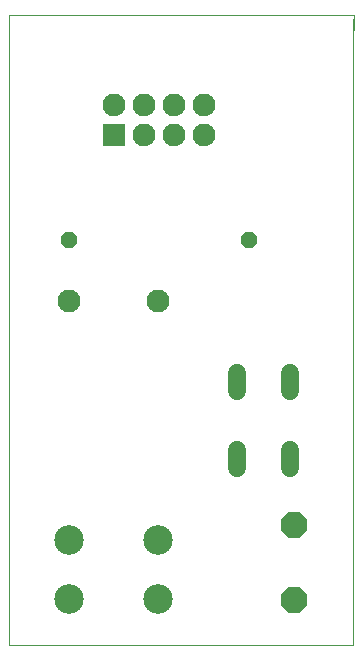
<source format=gtl>
G75*
%MOIN*%
%OFA0B0*%
%FSLAX25Y25*%
%IPPOS*%
%LPD*%
%AMOC8*
5,1,8,0,0,1.08239X$1,22.5*
%
%ADD10C,0.00000*%
%ADD11C,0.00032*%
%ADD12R,0.07600X0.07600*%
%ADD13C,0.07600*%
%ADD14C,0.09843*%
%ADD15C,0.07677*%
%ADD16OC8,0.05200*%
%ADD17C,0.06000*%
%ADD18OC8,0.08500*%
D10*
X0002600Y0002600D02*
X0002600Y0202600D01*
X0002600Y0211301D01*
X0117521Y0211301D02*
X0117521Y0002600D01*
X0002600Y0002600D01*
D11*
X0002600Y0202600D02*
X0002600Y0212600D01*
X0117600Y0212600D01*
X0117600Y0207600D01*
D12*
X0037600Y0172600D03*
D13*
X0037600Y0182600D03*
X0047600Y0182600D03*
X0047600Y0172600D03*
X0057600Y0172600D03*
X0057600Y0182600D03*
X0067600Y0182600D03*
X0067600Y0172600D03*
D14*
X0052482Y0037836D03*
X0052482Y0017994D03*
X0022718Y0017994D03*
X0022718Y0037836D03*
D15*
X0022718Y0117206D03*
X0052482Y0117206D03*
D16*
X0022600Y0137600D03*
X0082600Y0137600D03*
D17*
X0078700Y0093400D02*
X0078700Y0087400D01*
X0078700Y0067800D02*
X0078700Y0061800D01*
X0096500Y0061800D02*
X0096500Y0067800D01*
X0096500Y0087400D02*
X0096500Y0093400D01*
D18*
X0097600Y0042600D03*
X0097600Y0017600D03*
M02*

</source>
